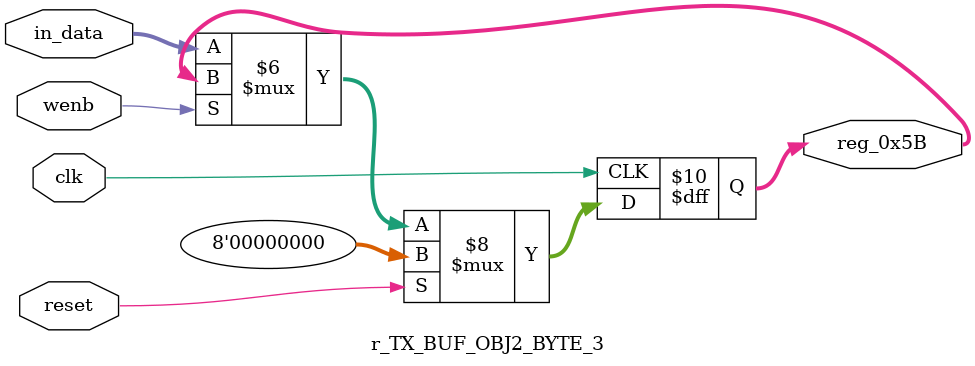
<source format=v>
module r_TX_BUF_OBJ2_BYTE_3(output reg [7:0] reg_0x5B, input wire reset, input wire wenb, input wire [7:0] in_data, input wire clk);
	always@(posedge clk)
	begin
		if(reset==0) begin
			if(wenb==0)
				reg_0x5B<=in_data;
			else
				reg_0x5B<=reg_0x5B;
		end
		else
			reg_0x5B<=8'h00;
	end
endmodule
</source>
